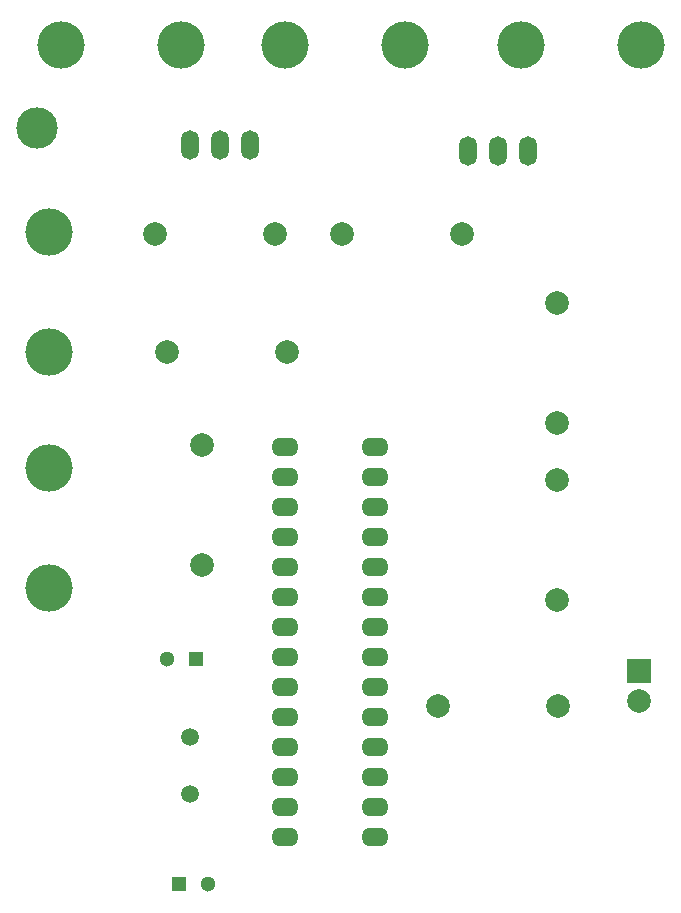
<source format=gts>
G04 #@! TF.FileFunction,Soldermask,Top*
%FSLAX46Y46*%
G04 Gerber Fmt 4.6, Leading zero omitted, Abs format (unit mm)*
G04 Created by KiCad (PCBNEW 4.0.2+dfsg1-stable) date on. 29. nov. 2017 kl. 15.41 +0100*
%MOMM*%
G01*
G04 APERTURE LIST*
%ADD10C,0.100000*%
%ADD11C,4.000500*%
%ADD12R,1.300000X1.300000*%
%ADD13C,1.300000*%
%ADD14R,2.000000X2.000000*%
%ADD15C,2.000000*%
%ADD16O,2.300000X1.600000*%
%ADD17C,3.500120*%
%ADD18C,1.998980*%
%ADD19C,1.501140*%
%ADD20O,1.501140X2.499360*%
G04 APERTURE END LIST*
D10*
D11*
X86000000Y-44000000D03*
X96160000Y-44000000D03*
X125000000Y-44000000D03*
X135160000Y-44000000D03*
X85000000Y-90000000D03*
X85000000Y-79840000D03*
D12*
X96000000Y-115000000D03*
D13*
X98500000Y-115000000D03*
D12*
X97500000Y-96000000D03*
D13*
X95000000Y-96000000D03*
D14*
X135000000Y-97000000D03*
D15*
X135000000Y-99540000D03*
D16*
X105000000Y-78000000D03*
X105000000Y-80540000D03*
X105000000Y-83080000D03*
X105000000Y-85620000D03*
X105000000Y-88160000D03*
X105000000Y-90700000D03*
X105000000Y-93240000D03*
X105000000Y-95780000D03*
X105000000Y-98320000D03*
X105000000Y-100860000D03*
X105000000Y-103400000D03*
X105000000Y-105940000D03*
X105000000Y-108480000D03*
X105000000Y-111020000D03*
X112620000Y-111020000D03*
X112620000Y-108480000D03*
X112620000Y-105940000D03*
X112620000Y-103400000D03*
X112620000Y-100860000D03*
X112620000Y-98320000D03*
X112620000Y-95780000D03*
X112620000Y-93240000D03*
X112620000Y-90700000D03*
X112620000Y-88160000D03*
X112620000Y-85620000D03*
X112620000Y-83080000D03*
X112620000Y-80540000D03*
X112620000Y-78000000D03*
D11*
X85000000Y-70000000D03*
X85000000Y-59840000D03*
X105000000Y-44000000D03*
X115160000Y-44000000D03*
D17*
X84000000Y-51000000D03*
D18*
X128000000Y-91000000D03*
X128000000Y-80840000D03*
X128000000Y-76000000D03*
X128000000Y-65840000D03*
X95000000Y-70000000D03*
X105160000Y-70000000D03*
X118000000Y-100000000D03*
X128160000Y-100000000D03*
X120000000Y-60000000D03*
X109840000Y-60000000D03*
X94000000Y-60000000D03*
X104160000Y-60000000D03*
X98000000Y-88000000D03*
X98000000Y-77840000D03*
D19*
X97000000Y-102559060D03*
X97000000Y-107440940D03*
D20*
X123000000Y-53000000D03*
X120460000Y-53000000D03*
X125540000Y-53000000D03*
X99500000Y-52500000D03*
X96960000Y-52500000D03*
X102040000Y-52500000D03*
M02*

</source>
